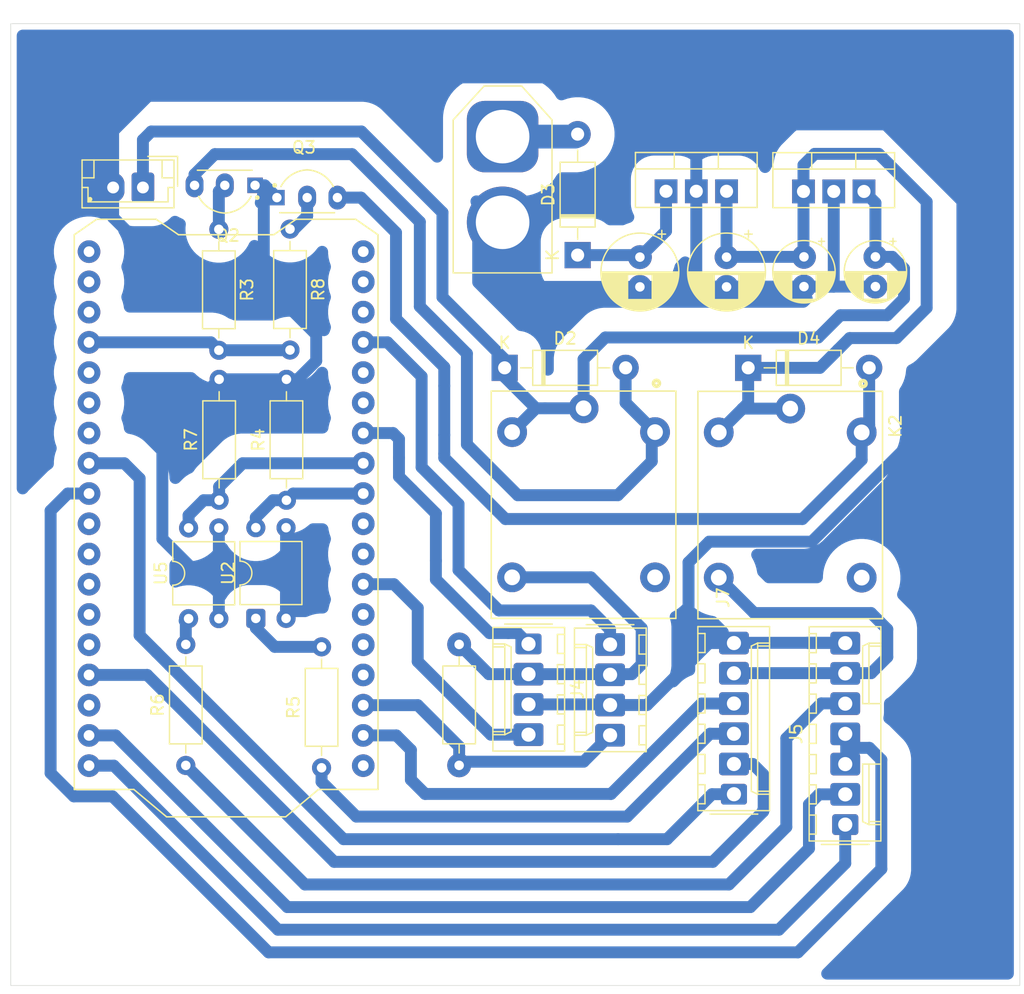
<source format=kicad_pcb>
(kicad_pcb (version 20241229) (generator "pcbnew") (generator_version "9.0")
  (layers (0 "F.Cu" signal) (2 "B.Cu" signal) (13 "F.Paste" user) (15 "B.Paste" user) (5 "F.SilkS" user "F.Silkscreen") (7 "B.SilkS" user "B.Silkscreen") (1 "F.Mask" user) (3 "B.Mask" user) (25 "Edge.Cuts" user))
  (net 0 "")
  (net 1 "+3.3V")
  (net 2 "GND")
  (net 3 "SIG_DHT22")
  (net 4 "SIG_Guva-s12s")
  (net 5 "DE{slash}RE_TTL")
  (net 6 "DI_TTL")
  (net 7 "RO_TTL")
  (net 8 "+5V")
  (net 10 "Net-(U4-GND-Pad)")
  (net 20 "Net-(U4-3V3-Pad)")
  (net 29 "+3.3V sensores")
  (net 30 "+5V sensores")
  (net 31 "vext")
  (net 32 "SIG_N02_MICS-6814")
  (net 33 "SIG_NH3_MICS-6814")
  (net 34 "SIG_Co_MICS-6814")
  (net 35 "Net-(D2-A)")
  (net 36 "Net-(D3-A)")
  (net 37 "Net-(Q2-Pad2)")
  (net 38 "Net-(D3-K)")
  (net 39 "pin dht")
  (net 40 "pin Guva-s12s")
  (net 41 "bool ttl")
  (net 42 "bool mics")
  (net 43 "pinmics")
  (net 44 "Net-(R5-Pad2)")
  (net 45 "Net-(R6-Pad2)")
  (net 46 "pin ttl")
  (net 48 "Net-(D4-A)")
  (net 50 "Net-(Q3-Pad2)")
  (footprint "Capacitor_THT:CP_Radial_D6.3mm_P2.50mm" (layer "F.Cu") (at 81.503922 38.6 -90)
    (property "Reference" "C1" (hide yes))
    (property "Value" "100uf/25v" (hide yes))
    (pad "1" thru_hole circle (at 0 0 270) (size 2 2) (drill 0.8) (layers "*.Cu" "*.Mask") (net 8 "+5V"))
    (pad "2" thru_hole circle (at 2.5 0 270) (size 2 2) (drill 0.8) (layers "*.Cu" "*.Mask") (net 2 "GND"))
  )
  (footprint "Capacitor_THT:CP_Radial_D5.0mm_P2.50mm" (layer "F.Cu") (at 88.003922 38.577267 -90)
    (property "Reference" "C4" (hide yes))
    (property "Value" "10uf/25v" (hide yes))
    (pad "1" thru_hole circle (at 0 0 270) (size 2 2) (drill 0.8) (layers "*.Cu" "*.Mask") (net 8 "+5V"))
    (pad "2" thru_hole circle (at 2.5 0 270) (size 2 2) (drill 0.8) (layers "*.Cu" "*.Mask") (net 2 "GND"))
  )
  (footprint "Package_TO_SOT_THT:TO-220-3_Vertical" (layer "F.Cu") (at 76.423922 33.067379)
    (property "Reference" "U3" (hide yes))
    (property "Value" "LM7805_TO220" (hide yes))
    (pad "1" thru_hole rect (at 0 0) (size 1.905 2) (drill 1.1) (layers "*.Cu" "*.Mask") (net 38 "Net-(D3-K)"))
    (pad "2" thru_hole rect (at 2.54 0) (size 1.905 2) (drill 1.1) (layers "*.Cu" "*.Mask") (net 2 "GND"))
    (pad "3" thru_hole rect (at 5.08 0) (size 1.905 2) (drill 1.1) (layers "*.Cu" "*.Mask") (net 8 "+5V"))
  )
  (footprint "Connector_Molex:Molex_KK-254_AE-6410-04A_1x04_P2.54mm_Vertical" (layer "F.Cu") (at 64.875 71.095 -90)
    (property "Reference" "J4" (at 3.81 -4.12 270) (layer "F.SilkS"))
    (property "Value" "Guva-s12s")
    (pad "1" thru_hole roundrect (at 0 0 270) (size 1.74 2.19) (drill 1.19) (layers "*.Cu" "*.Mask") (roundrect_rratio 0.143678) (net 40 "pin Guva-s12s"))
    (pad "2" thru_hole roundrect (at 2.54 0 270) (size 1.9 2.5) (drill 1.19) (layers "*.Cu" "*.Mask") (roundrect_rratio 0.143678) (net 29 "+3.3V sensores"))
    (pad "3" thru_hole roundrect (at 5.08 0 270) (size 1.9 2.5) (drill 1.19) (layers "*.Cu" "*.Mask") (roundrect_rratio 0.143678) (net 2 "GND"))
    (pad "4" thru_hole roundrect (at 7.62 0 270) (size 1.9 2.5) (drill 1.19) (layers "*.Cu" "*.Mask") (roundrect_rratio 0.143678) (net 4 "SIG_Guva-s12s"))
  )
  (footprint "2N2222A:TO92254P470H750-3" (layer "F.Cu") (at 46.29 31.27)
    (property "Reference" "Q3" (at -0.264 -1.887 0) (layer "F.SilkS"))
    (property "Value" "2N2222A")
    (pad "1" thru_hole rect (at -2.54 2.33) (size 1.298 1.298) (drill 0.79) (layers "*.Cu" "*.Mask") (net 2 "GND"))
    (pad "2" thru_hole oval (at 0 2.33) (size 1.5 2) (drill 0.79) (layers "*.Cu" "*.Mask") (net 50 "Net-(Q3-Pad2)"))
    (pad "3" thru_hole oval (at 2.54 2.33) (size 1.5 2) (drill 0.79) (layers "*.Cu" "*.Mask") (net 48 "Net-(D4-A)"))
  )
  (footprint "SRD-05VDC-SL-C:RELAY_SRD-05VDC-SL-C" (layer "F.Cu") (at 86.85 59.425 -90)
    (property "Reference" "K2" (at -6.62563 -8.83584 90) (layer "F.SilkS") (effects (font (size 1.000094 1.000094))))
    (property "Value" "SRD-05VDC-SL-C")
    (pad "A1" thru_hole circle (at -6.1 -6 270) (size 2.5 2.5) (drill 1.32) (layers "*.Cu" "*.Mask") (net 48 "Net-(D4-A)"))
    (pad "A2" thru_hole circle (at -6.1 6 270) (size 2.5 2.5) (drill 1.32) (layers "*.Cu" "*.Mask") (net 8 "+5V"))
    (pad "COM" thru_hole circle (at -8.1 0 270) (size 2.5 2.5) (drill 1.32) (layers "*.Cu" "*.Mask") (net 8 "+5V"))
    (pad "NC" thru_hole circle (at 6.1 -6 270) (size 2.5 2.5) (drill 1.32) (layers "*.Cu" "*.Mask"))
    (pad "NO" thru_hole circle (at 6.1 6 270) (size 2.5 2.5) (drill 1.32) (layers "*.Cu" "*.Mask") (net 30 "+5V sensores"))
  )
  (footprint "Package_DIP:DIP-4_W7.62mm" (layer "F.Cu") (at 36.335 68.97 90)
    (property "Reference" "U5" (at 3.81 -2.33 90) (layer "F.SilkS"))
    (property "Value" "PC817")
    (pad "1" thru_hole circle (at 0 0 90) (size 1.6 1.6) (drill 0.8) (layers "*.Cu" "*.Mask") (net 45 "Net-(R6-Pad2)"))
    (pad "2" thru_hole circle (at 0 2.54 90) (size 1.6 1.6) (drill 0.8) (layers "*.Cu" "*.Mask") (net 2 "GND"))
    (pad "3" thru_hole circle (at 7.62 2.54 90) (size 1.6 1.6) (drill 0.8) (layers "*.Cu" "*.Mask") (net 2 "GND"))
    (pad "4" thru_hole circle (at 7.62 0 90) (size 1.6 1.6) (drill 0.8) (layers "*.Cu" "*.Mask") (net 46 "pin ttl"))
  )
  (footprint "2N2222A:TO92254P470H750-3" (layer "F.Cu") (at 39.375 34.9 180)
    (property "Reference" "Q2" (at -0.264 -1.887 0) (layer "F.SilkS"))
    (property "Value" "2N2222A" (hide yes))
    (pad "1" thru_hole rect (at -2.54 2.33 180) (size 1.298 1.298) (drill 0.79) (layers "*.Cu" "*.Mask") (net 2 "GND"))
    (pad "2" thru_hole oval (at 0 2.33 180) (size 1.5 2) (drill 0.79) (layers "*.Cu" "*.Mask") (net 37 "Net-(Q2-Pad2)"))
    (pad "e" thru_hole oval (at 2.54 2.33 180) (size 1.5 2) (drill 0.79) (layers "*.Cu" "*.Mask"))
  )
  (footprint "Connector_Molex:Molex_KK-254_AE-6410-06A_1x06_P2.54mm_Vertical" (layer "F.Cu") (at 82.125 83.72 90)
    (property "Reference" "J7" (at 16.52 -0.91 90) (layer "F.SilkS"))
    (property "Value" "Conn_01x06_Pin")
    (pad "1" thru_hole roundrect (at 0 0 90) (size 1.74 2.19) (drill 1.19) (layers "*.Cu" "*.Mask") (roundrect_rratio 0.143678) (net 34 "SIG_Co_MICS-6814"))
    (pad "2" thru_hole roundrect (at 2.54 0 90) (size 1.9 2.5) (drill 1.19) (layers "*.Cu" "*.Mask") (roundrect_rratio 0.143678) (net 33 "SIG_NH3_MICS-6814"))
    (pad "3" thru_hole roundrect (at 5.08 0 90) (size 1.9 2.5) (drill 1.19) (layers "*.Cu" "*.Mask") (roundrect_rratio 0.143678) (net 42 "bool mics"))
    (pad "4" thru_hole roundrect (at 7.62 0 90) (size 1.9 2.5) (drill 1.19) (layers "*.Cu" "*.Mask") (roundrect_rratio 0.143678) (net 32 "SIG_N02_MICS-6814"))
    (pad "5" thru_hole roundrect (at 10.16 0 90) (size 1.9 2.5) (drill 1.19) (layers "*.Cu" "*.Mask") (roundrect_rratio 0.143678) (net 30 "+5V sensores"))
    (pad "6" thru_hole roundrect (at 12.7 0 90) (size 1.9 2.5) (drill 1.19) (layers "*.Cu" "*.Mask") (roundrect_rratio 0.143678) (net 2 "GND"))
  )
  (footprint "Resistor_THT:R_Axial_DIN0207_L6.3mm_D2.5mm_P10.16mm_Horizontal" (layer "F.Cu") (at 44.55 59.025 90)
    (property "Reference" "R4" (at 5.08 -2.37 90) (layer "F.SilkS"))
    (property "Value" "30k")
    (pad "1" thru_hole circle (at 0 0 90) (size 1.6 1.6) (drill 0.8) (layers "*.Cu" "*.Mask") (net 43 "pinmics"))
    (pad "2" thru_hole oval (at 10.16 0 90) (size 1.6 1.6) (drill 0.8) (layers "*.Cu" "*.Mask") (net 2 "GND"))
  )
  (footprint "Diode_THT:D_DO-41_SOD81_P10.16mm_Horizontal" (layer "F.Cu") (at 83.32 47.9)
    (property "Reference" "D4" (at 5.08 -2.47 0) (layer "F.SilkS"))
    (property "Value" "1N4007" (hide yes))
    (fp_text user "K" (at 0 -2.1 0) (layer "F.SilkS"))
    (pad "1" thru_hole rect (at 0 0) (size 2.2 2.2) (drill 1.1) (layers "*.Cu" "*.Mask") (net 8 "+5V"))
    (pad "2" thru_hole oval (at 10.16 0) (size 2.2 2.2) (drill 1.1) (layers "*.Cu" "*.Mask") (net 48 "Net-(D4-A)"))
  )
  (footprint "Diode_THT:D_DO-41_SOD81_P10.16mm_Horizontal" (layer "F.Cu") (at 62.87 47.9)
    (property "Reference" "D2" (at 5.08 -2.47 0) (layer "F.SilkS"))
    (property "Value" "1N4007")
    (fp_text user "K" (at 0 -2.1 0) (layer "F.SilkS"))
    (pad "1" thru_hole rect (at 0 0) (size 2.2 2.2) (drill 1.1) (layers "*.Cu" "*.Mask") (net 1 "+3.3V"))
    (pad "2" thru_hole oval (at 10.16 0) (size 2.2 2.2) (drill 1.1) (layers "*.Cu" "*.Mask") (net 35 "Net-(D2-A)"))
  )
  (footprint "Capacitor_THT:CP_Radial_D5.0mm_P2.50mm" (layer "F.Cu") (at 94.003922 38.577267 -90)
    (property "Reference" "C2" (hide yes))
    (property "Value" "10uf/25v")
    (pad "1" thru_hole circle (at 0 0 270) (size 2 2) (drill 0.8) (layers "*.Cu" "*.Mask") (net 1 "+3.3V"))
    (pad "2" thru_hole circle (at 2.5 0 270) (size 2 2) (drill 0.8) (layers "*.Cu" "*.Mask") (net 2 "GND"))
  )
  (footprint "Diode_THT:D_DO-41_SOD81_P10.16mm_Horizontal" (layer "F.Cu") (at 69 38.43 90)
    (property "Reference" "D3" (at 5.08 -2.47 90) (layer "F.SilkS"))
    (property "Value" "1N4007")
    (fp_text user "K" (at 0 -2.1 90) (layer "F.SilkS"))
    (pad "1" thru_hole rect (at 0 0 90) (size 2.2 2.2) (drill 1.1) (layers "*.Cu" "*.Mask") (net 38 "Net-(D3-K)"))
    (pad "2" thru_hole oval (at 10.16 0 90) (size 2.2 2.2) (drill 1.1) (layers "*.Cu" "*.Mask") (net 36 "Net-(D3-A)"))
  )
  (footprint "Connector_Molex:Molex_KK-254_AE-6410-04A_1x04_P2.54mm_Vertical" (layer "F.Cu") (at 71.725 71.145 -90)
    (property "Reference" "J3" (hide yes))
    (property "Value" "dht22")
    (pad "1" thru_hole roundrect (at 0 0 270) (size 1.9 2.5) (drill 1.19) (layers "*.Cu" "*.Mask") (roundrect_rratio 0.143678) (net 39 "pin dht"))
    (pad "2" thru_hole roundrect (at 2.54 0 270) (size 1.9 2.5) (drill 1.19) (layers "*.Cu" "*.Mask") (roundrect_rratio 0.143678) (net 29 "+3.3V sensores"))
    (pad "3" thru_hole roundrect (at 5.08 0 270) (size 1.9 2.5) (drill 1.19) (layers "*.Cu" "*.Mask") (roundrect_rratio 0.143678) (net 2 "GND"))
    (pad "4" thru_hole roundrect (at 7.62 0 270) (size 1.9 2.5) (drill 1.19) (layers "*.Cu" "*.Mask") (roundrect_rratio 0.143678) (net 3 "SIG_DHT22"))
  )
  (footprint "Connector_AMASS:AMASS_XT60-F_1x02_P7.20mm_Vertical" (layer "F.Cu") (at 62.7 28.475 -90)
    (property "Reference" "J1" (hide yes))
    (property "Value" "cnn" (hide yes))
    (pad "1" thru_hole roundrect (at 0 0 270) (size 6 6) (drill 4.5) (layers "*.Cu" "*.Mask") (net 36 "Net-(D3-A)"))
    (pad "2" thru_hole circle (at 7.2 0 270) (size 6 6) (drill 4.5) (layers "*.Cu" "*.Mask") (net 2 "GND"))
  )
  (footprint "Connector_Molex:Molex_KK-254_AE-6410-07A_1x07_P2.54mm_Vertical" (layer "F.Cu") (at 91.47 86.27 90)
    (property "Reference" "J5" (at 7.62 -4.12 90) (layer "F.SilkS"))
    (property "Value" "convertidor_TTL")
    (pad "1" thru_hole roundrect (at 0 0 90) (size 1.74 2.19) (drill 1.19) (layers "*.Cu" "*.Mask") (roundrect_rratio 0.143678) (net 7 "RO_TTL"))
    (pad "2" thru_hole roundrect (at 2.54 0 90) (size 1.9 2.5) (drill 1.19) (layers "*.Cu" "*.Mask") (roundrect_rratio 0.143678) (net 6 "DI_TTL"))
    (pad "3" thru_hole roundrect (at 5.08 0 90) (size 1.9 2.5) (drill 1.19) (layers "*.Cu" "*.Mask") (roundrect_rratio 0.143678) (net 5 "DE{slash}RE_TTL"))
    (pad "4" thru_hole roundrect (at 7.62 0 90) (size 1.9 2.5) (drill 1.19) (layers "*.Cu" "*.Mask") (roundrect_rratio 0.143678) (net 5 "DE{slash}RE_TTL"))
    (pad "5" thru_hole roundrect (at 10.16 0 90) (size 1.9 2.5) (drill 1.19) (layers "*.Cu" "*.Mask") (roundrect_rratio 0.143678) (net 41 "bool ttl"))
    (pad "6" thru_hole roundrect (at 12.7 0 90) (size 1.9 2.5) (drill 1.19) (layers "*.Cu" "*.Mask") (roundrect_rratio 0.143678) (net 30 "+5V sensores"))
    (pad "7" thru_hole roundrect (at 15.24 0 90) (size 1.9 2.5) (drill 1.19) (layers "*.Cu" "*.Mask") (roundrect_rratio 0.143678) (net 2 "GND"))
  )
  (footprint "SRD-05VDC-SL-C:RELAY_SRD-05VDC-SL-C" (layer "F.Cu") (at 69.5 59.4 -90)
    (property "Reference" "K1" (hide yes))
    (property "Value" "SRD-03VDC-SL-C")
    (pad "A1" thru_hole circle (at -6.1 -6 270) (size 2.5 2.5) (drill 1.32) (layers "*.Cu" "*.Mask") (net 35 "Net-(D2-A)"))
    (pad "A2" thru_hole circle (at -6.1 6 270) (size 2.5 2.5) (drill 1.32) (layers "*.Cu" "*.Mask") (net 1 "+3.3V"))
    (pad "COM" thru_hole circle (at -8.1 0 270) (size 2.5 2.5) (drill 1.32) (layers "*.Cu" "*.Mask") (net 1 "+3.3V"))
    (pad "NC" thru_hole circle (at 6.1 -6 270) (size 2.5 2.5) (drill 1.32) (layers "*.Cu" "*.Mask"))
    (pad "NO" thru_hole circle (at 6.1 6 270) (size 2.5 2.5) (drill 1.32) (layers "*.Cu" "*.Mask") (net 29 "+3.3V sensores"))
  )
  (footprint "Resistor_THT:R_Axial_DIN0207_L6.3mm_D2.5mm_P10.16mm_Horizontal" (layer "F.Cu") (at 36.1 81.3 90)
    (property "Reference" "R6" (at 5.08 -2.37 90) (layer "F.SilkS"))
    (property "Value" "330")
    (pad "1" thru_hole circle (at 0 0 90) (size 1.6 1.6) (drill 0.8) (layers "*.Cu" "*.Mask") (net 41 "bool ttl"))
    (pad "2" thru_hole oval (at 10.16 0 90) (size 1.6 1.6) (drill 0.8) (layers "*.Cu" "*.Mask") (net 45 "Net-(R6-Pad2)"))
  )
  (footprint "Capacitor_THT:CP_Radial_D6.3mm_P2.50mm" (layer "F.Cu") (at 74.228922 38.6 -90)
    (property "Reference" "C3" (hide yes))
    (property "Value" "100uf/25v" (hide yes))
    (pad "1" thru_hole circle (at 0 0 270) (size 2 2) (drill 0.8) (layers "*.Cu" "*.Mask") (net 38 "Net-(D3-K)"))
    (pad "2" thru_hole circle (at 2.5 0 270) (size 2 2) (drill 0.8) (layers "*.Cu" "*.Mask") (net 2 "GND"))
  )
  (footprint "Connector_JST:JST_EH_B2B-EH-A_1x02_P2.50mm_Vertical" (layer "F.Cu") (at 32.5 32.75 180)
    (property "Reference" "J2" (hide yes))
    (property "Value" "conector alimentacion esp")
    (pad "1" thru_hole roundrect (at 0 0 180) (size 1.9 2.5) (drill 1) (layers "*.Cu" "*.Mask") (roundrect_rratio 0.147059) (net 1 "+3.3V"))
    (pad "2" thru_hole oval (at 2.5 0 180) (size 1.9 2.5) (drill 1) (layers "*.Cu" "*.Mask") (net 2 "GND"))
  )
  (footprint "Resistor_THT:R_Axial_DIN0207_L6.3mm_D2.5mm_P10.16mm_Horizontal" (layer "F.Cu") (at 59.0525 81.295 90)
    (property "Reference" "R1" (hide yes))
    (property "Value" "30k")
    (pad "1" thru_hole circle (at 0 0 90) (size 2 2) (drill 0.8) (layers "*.Cu" "*.Mask") (net 3 "SIG_DHT22"))
    (pad "2" thru_hole circle (at 10.16 0 90) (size 2 2) (drill 0.8) (layers "*.Cu" "*.Mask") (net 29 "+3.3V sensores"))
  )
  (footprint "Resistor_THT:R_Axial_DIN0207_L6.3mm_D2.5mm_P10.16mm_Horizontal" (layer "F.Cu") (at 44.85 36.245 -90)
    (property "Reference" "R8" (at 5.08 -2.37 90) (layer "F.SilkS"))
    (property "Value" "330")
    (pad "1" thru_hole circle (at 0 0 270) (size 1.6 1.6) (drill 0.8) (layers "*.Cu" "*.Mask") (net 50 "Net-(Q3-Pad2)"))
    (pad "2" thru_hole oval (at 10.16 0 270) (size 1.6 1.6) (drill 0.8) (layers "*.Cu" "*.Mask") (net 31 "vext"))
  )
  (footprint "Resistor_THT:R_Axial_DIN0207_L6.3mm_D2.5mm_P10.16mm_Horizontal" (layer "F.Cu") (at 38.875 36.265 -90)
    (property "Reference" "R3" (at 5.08 -2.37 90) (layer "F.SilkS"))
    (property "Value" "330")
    (pad "1" thru_hole circle (at 0 0 270) (size 1.6 1.6) (drill 0.8) (layers "*.Cu" "*.Mask") (net 37 "Net-(Q2-Pad2)"))
    (pad "2" thru_hole oval (at 10.16 0 270) (size 1.6 1.6) (drill 0.8) (layers "*.Cu" "*.Mask") (net 31 "vext"))
  )
  (footprint "Package_TO_SOT_THT:TO-220-3_Vertical" (layer "F.Cu") (at 87.963922 33.082379)
    (property "Reference" "U1" (hide yes))
    (property "Value" "LM7833_TO220" (hide yes))
    (pad "1" thru_hole rect (at 0 0) (size 1.905 2) (drill 1.1) (layers "*.Cu" "*.Mask") (net 8 "+5V"))
    (pad "2" thru_hole rect (at 2.54 0) (size 1.905 2) (drill 1.1) (layers "*.Cu" "*.Mask") (net 2 "GND"))
    (pad "3" thru_hole rect (at 5.08 0) (size 1.905 2) (drill 1.1) (layers "*.Cu" "*.Mask") (net 1 "+3.3V"))
  )
  (footprint "Resistor_THT:R_Axial_DIN0207_L6.3mm_D2.5mm_P10.16mm_Horizontal" (layer "F.Cu") (at 47.5 81.5 90)
    (property "Reference" "R5" (at 5.08 -2.37 90) (layer "F.SilkS"))
    (property "Value" "330")
    (pad "1" thru_hole circle (at 0 0 90) (size 1.6 1.6) (drill 0.8) (layers "*.Cu" "*.Mask") (net 42 "bool mics"))
    (pad "2" thru_hole oval (at 10.16 0 90) (size 1.6 1.6) (drill 0.8) (layers "*.Cu" "*.Mask") (net 44 "Net-(R5-Pad2)"))
  )
  (footprint "ESP32_LORA_V2.0:MODULE_ESP32_LORA_V2.0" (layer "F.Cu") (at 39.4875 60.52 -90)
    (property "Reference" "U4" (hide yes))
    (property "Value" "ESP32_LORA_V2.0" (hide yes))
    (pad "J2_1" thru_hole circle (at -22.38 11.5125 270) (size 1.9 1.9) (drill 0.9) (layers "*.Cu" "*.Mask"))
    (pad "J2_2" thru_hole circle (at -19.84 11.5125 270) (size 1.9 1.9) (drill 0.9) (layers "*.Cu" "*.Mask"))
    (pad "J2_3" thru_hole circle (at -17.3 11.5125 270) (size 1.9 1.9) (drill 0.9) (layers "*.Cu" "*.Mask"))
    (pad "J2_4" thru_hole circle (at -14.76 11.5125 270) (size 1.9 1.9) (drill 0.9) (layers "*.Cu" "*.Mask") (net 31 "vext"))
    (pad "J2_5" thru_hole circle (at -12.22 11.5125 270) (size 1.9 1.9) (drill 0.9) (layers "*.Cu" "*.Mask"))
    (pad "J2_6" thru_hole circle (at -9.68 11.5125 270) (size 1.9 1.9) (drill 0.9) (layers "*.Cu" "*.Mask"))
    (pad "J2_7" thru_hole circle (at -7.14 11.5125 270) (size 1.9 1.9) (drill 0.9) (layers "*.Cu" "*.Mask"))
    (pad "J2_8" thru_hole circle (at -4.6 11.5125 270) (size 1.9 1.9) (drill 0.9) (layers "*.Cu" "*.Mask") (net 34 "SIG_Co_MICS-6814"))
    (pad "J2_9" thru_hole circle (at -2.06 11.5125 270) (size 1.9 1.9) (drill 0.9) (layers "*.Cu" "*.Mask") (net 5 "DE{slash}RE_TTL"))
    (pad "J2_10" thru_hole circle (at 0.48 11.5125 270) (size 1.9 1.9) (drill 0.9) (layers "*.Cu" "*.Mask"))
    (pad "J2_11" thru_hole circle (at 3.02 11.5125 270) (size 1.9 1.9) (drill 0.9) (layers "*.Cu" "*.Mask"))
    (pad "J2_12" thru_hole circle (at 5.56 11.5125 270) (size 1.9 1.9) (drill 0.9) (layers "*.Cu" "*.Mask"))
    (pad "J2_13" thru_hole circle (at 8.1 11.5125 270) (size 1.9 1.9) (drill 0.9) (layers "*.Cu" "*.Mask"))
    (pad "J2_14" thru_hole circle (at 10.64 11.5125 270) (size 1.9 1.9) (drill 0.9) (layers "*.Cu" "*.Mask"))
    (pad "J2_15" thru_hole circle (at 13.18 11.5125 270) (size 1.9 1.9) (drill 0.9) (layers "*.Cu" "*.Mask") (net 33 "SIG_NH3_MICS-6814"))
    (pad "J2_16" thru_hole circle (at 15.72 11.5125 270) (size 1.9 1.9) (drill 0.9) (layers "*.Cu" "*.Mask"))
    (pad "J2_17" thru_hole circle (at 18.26 11.5125 270) (size 1.9 1.9) (drill 0.9) (layers "*.Cu" "*.Mask") (net 6 "DI_TTL"))
    (pad "J2_18" thru_hole circle (at 20.8 11.5125 270) (size 1.9 1.9) (drill 0.9) (layers "*.Cu" "*.Mask") (net 7 "RO_TTL"))
    (pad "J3_1" thru_hole circle (at -22.38 -11.5125 270) (size 1.9 1.9) (drill 0.9) (layers "*.Cu" "*.Mask") (net 10 "Net-(U4-GND-Pad)"))
    (pad "J3_2" thru_hole circle (at -19.84 -11.5125 270) (size 1.9 1.9) (drill 0.9) (layers "*.Cu" "*.Mask"))
    (pad "J3_3" thru_hole circle (at -17.3 -11.5125 270) (size 1.9 1.9) (drill 0.9) (layers "*.Cu" "*.Mask") (net 20 "Net-(U4-3V3-Pad)"))
    (pad "J3_4" thru_hole circle (at -14.76 -11.5125 270) (size 1.9 1.9) (drill 0.9) (layers "*.Cu" "*.Mask") (net 39 "pin dht"))
    (pad "J3_5" thru_hole circle (at -12.22 -11.5125 270) (size 1.9 1.9) (drill 0.9) (layers "*.Cu" "*.Mask"))
    (pad "J3_6" thru_hole circle (at -9.68 -11.5125 270) (size 1.9 1.9) (drill 0.9) (layers "*.Cu" "*.Mask"))
    (pad "J3_7" thru_hole circle (at -7.14 -11.5125 270) (size 1.9 1.9) (drill 0.9) (layers "*.Cu" "*.Mask") (net 40 "pin Guva-s12s"))
    (pad "J3_8" thru_hole circle (at -4.6 -11.5125 270) (size 1.9 1.9) (drill 0.9) (layers "*.Cu" "*.Mask") (net 46 "pin ttl"))
    (pad "J3_9" thru_hole circle (at -2.06 -11.5125 270) (size 1.9 1.9) (drill 0.9) (layers "*.Cu" "*.Mask") (net 43 "pinmics"))
    (pad "J3_10" thru_hole circle (at 0.48 -11.5125 270) (size 1.9 1.9) (drill 0.9) (layers "*.Cu" "*.Mask"))
    (pad "J3_11" thru_hole circle (at 3.02 -11.5125 270) (size 1.9 1.9) (drill 0.9) (layers "*.Cu" "*.Mask"))
    (pad "J3_12" thru_hole circle (at 5.56 -11.5125 270) (size 1.9 1.9) (drill 0.9) (layers "*.Cu" "*.Mask") (net 4 "SIG_Guva-s12s"))
    (pad "J3_13" thru_hole circle (at 8.1 -11.5125 270) (size 1.9 1.9) (drill 0.9) (layers "*.Cu" "*.Mask"))
    (pad "J3_14" thru_hole circle (at 10.64 -11.5125 270) (size 1.9 1.9) (drill 0.9) (layers "*.Cu" "*.Mask"))
    (pad "J3_15" thru_hole circle (at 13.18 -11.5125 270) (size 1.9 1.9) (drill 0.9) (layers "*.Cu" "*.Mask"))
    (pad "J3_16" thru_hole circle (at 15.72 -11.5125 270) (size 1.9 1.9) (drill 0.9) (layers "*.Cu" "*.Mask") (net 3 "SIG_DHT22"))
    (pad "J3_17" thru_hole circle (at 18.26 -11.5125 270) (size 1.9 1.9) (drill 0.9) (layers "*.Cu" "*.Mask") (net 32 "SIG_N02_MICS-6814"))
    (pad "J3_18" thru_hole circle (at 20.8 -11.5125 270) (size 1.9 1.9) (drill 0.9) (layers "*.Cu" "*.Mask"))
  )
  (footprint "Resistor_THT:R_Axial_DIN0207_L6.3mm_D2.5mm_P10.16mm_Horizontal" (layer "F.Cu") (at 38.9 59.025 90)
    (property "Reference" "R7" (at 5.08 -2.37 90) (layer "F.SilkS"))
    (property "Value" "30k")
    (pad "1" thru_hole circle (at 0 0 90) (size 1.6 1.6) (drill 0.8) (layers "*.Cu" "*.Mask") (net 46 "pin ttl"))
    (pad "2" thru_hole oval (at 10.16 0 90) (size 1.6 1.6) (drill 0.8) (layers "*.Cu" "*.Mask") (net 2 "GND"))
  )
  (footprint "Package_DIP:DIP-4_W7.62mm" (layer "F.Cu") (at 41.98 68.95 90)
    (property "Reference" "U2" (at 3.81 -2.33 90) (layer "F.SilkS"))
    (property "Value" "PC817")
    (pad "1" thru_hole roundrect (at 0 0 90) (size 1.6 1.6) (drill 0.8) (layers "*.Cu" "*.Mask") (roundrect_rratio 0.15625) (net 44 "Net-(R5-Pad2)"))
    (pad "2" thru_hole circle (at 0 2.54 90) (size 1.6 1.6) (drill 0.8) (layers "*.Cu" "*.Mask") (net 2 "GND"))
    (pad "3" thru_hole circle (at 7.62 2.54 90) (size 1.6 1.6) (drill 0.8) (layers "*.Cu" "*.Mask") (net 2 "GND"))
    (pad "4" thru_hole circle (at 7.62 0 90) (size 1.6 1.6) (drill 0.8) (layers "*.Cu" "*.Mask") (net 43 "pinmics"))
  )
  (gr_rect (start 21.4025 18.99) (end 106.1275 99.79) (stroke (width 0.05)) (fill no) (layer "Edge.Cuts"))
  (segment (start 96.404922 39.564054) (end 96.404922 42.071794) (width 1) (layer "B.Cu") (net 1))
  (segment (start 33.201 28.049) (end 50.846558 28.049) (width 1) (layer "B.Cu") (net 1))
  (segment (start 95.418135 38.577267) (end 96.404922 39.564054) (width 1) (layer "B.Cu") (net 1))
  (segment (start 32.5 32.75) (end 32.5 28.75) (width 1) (layer "B.Cu") (net 1))
  (segment (start 69.5 51.3) (end 66.27 51.3) (width 1) (layer "B.Cu") (net 1))
  (segment (start 62.87 47.18158) (end 57.651 41.96258) (width 1) (layer "B.Cu") (net 1))
  (segment (start 62.87 47.9) (end 62.87 47.18158) (width 1) (layer "B.Cu") (net 1))
  (segment (start 71.325 45.351) (end 69.5 47.176) (width 1) (layer "B.Cu") (net 1))
  (segment (start 32.5 28.75) (end 33.201 28.049) (width 1) (layer "B.Cu") (net 1))
  (segment (start 94.003922 38.577267) (end 95.418135 38.577267) (width 1) (layer "B.Cu") (net 1))
  (segment (start 69.5 47.176) (end 69.5 51.3) (width 1) (layer "B.Cu") (net 1))
  (segment (start 62.87 48.67) (end 62.87 47.9) (width 1) (layer "B.Cu") (net 1))
  (segment (start 57.651 34.853442) (end 57.651 41.96258) (width 1) (layer "B.Cu") (net 1))
  (segment (start 96.404922 42.071794) (end 94.998449 43.478267) (width 1) (layer "B.Cu") (net 1))
  (segment (start 65.5 51.3) (end 63.5 53.3) (width 1) (layer "B.Cu") (net 1))
  (segment (start 66.27 51.3) (end 65.5 51.3) (width 1) (layer "B.Cu") (net 1))
  (segment (start 94.003922 34.042379) (end 93.043922 33.082379) (width 1) (layer "B.Cu") (net 1))
  (segment (start 50.846558 28.049) (end 57.651 34.853442) (width 1) (layer "B.Cu") (net 1))
  (segment (start 65.5 51.3) (end 62.87 48.67) (width 1) (layer "B.Cu") (net 1))
  (segment (start 91.073449 43.478267) (end 89.200716 45.351) (width 1) (layer "B.Cu") (net 1))
  (segment (start 94.998449 43.478267) (end 91.073449 43.478267) (width 1) (layer "B.Cu") (net 1))
  (segment (start 89.200716 45.351) (end 71.325 45.351) (width 1) (layer "B.Cu") (net 1))
  (segment (start 94.003922 38.577267) (end 94.003922 34.042379) (width 1) (layer "B.Cu") (net 1))
  (segment (start 88.95 71) (end 88.325 71) (width 1) (layer "B.Cu") (net 2))
  (segment (start 44.52 65.2) (end 44.52 68.95) (width 1) (layer "B.Cu") (net 2))
  (segment (start 78.33381 41.037267) (end 78.271077 41.1) (width 1) (layer "B.Cu") (net 2))
  (segment (start 63.88236 41.1) (end 74.228922 41.1) (width 1) (layer "B.Cu") (net 2))
  (segment (start 64.875 76.175) (end 71.675 76.175) (width 1) (layer "B.Cu") (net 2))
  (segment (start 47.051 47.316685) (end 45.502685 48.865) (width 1) (layer "B.Cu") (net 2))
  (segment (start 62.7 35.675) (end 62.7 39.91764) (width 1) (layer "B.Cu") (net 2))
  (segment (start 91.55 71.01) (end 91.54 71) (width 1) (layer "B.Cu") (net 2))
  (segment (start 73.338801 23.5) (end 78.963922 29.125121) (width 1) (layer "B.Cu") (net 2))
  (segment (start 82.125 71.02) (end 80.03 71.02) (width 1) (layer "B.Cu") (net 2))
  (segment (start 78.271077 41.1) (end 74.228922 41.1) (width 1) (layer "B.Cu") (net 2))
  (segment (start 78.963922 33.067379) (end 78.963922 41.037267) (width 1) (layer "B.Cu") (net 2))
  (segment (start 34.5 23.5) (end 73.338801 23.5) (width 1) (layer "B.Cu") (net 2))
  (segment (start 91.54 71) (end 82.145 71) (width 1) (layer "B.Cu") (net 2))
  (segment (start 44.55 48.865) (end 38.9 48.865) (width 1) (layer "B.Cu") (net 2))
  (segment (start 79.003922 41.077267) (end 89.503922 41.077267) (width 1) (layer "B.Cu") (net 2))
  (segment (start 44.52 61.33) (end 44.52 68.95) (width 1) (layer "B.Cu") (net 2))
  (segment (start 38.9 48.865) (end 34.134 53.631) (width 1) (layer "B.Cu") (net 2))
  (segment (start 74.825 76.225) (end 71.725 76.225) (width 1) (layer "B.Cu") (net 2))
  (segment (start 78.3125 64.240419) (end 80.051919 62.501) (width 1) (layer "B.Cu") (net 2))
  (segment (start 101.756 35) (end 101.756 34.351537) (width 1) (layer "B.Cu") (net 2))
  (segment (start 42.649 33.201) (end 42.649 40.699) (width 1) (layer "B.Cu") (net 2))
  (segment (start 78.3125 72.7375) (end 78.3125 64.240419) (width 1) (layer "B.Cu") (net 2))
  (segment (start 90.503922 41.077267) (end 89.503922 41.077267) (width 1) (layer "B.Cu") (net 2))
  (segment (start 37.072315 65.2) (end 44.52 65.2) (width 1) (layer "B.Cu") (net 2))
  (segment (start 101.756 49.40742) (end 101.756 35) (width 1) (layer "B.Cu") (net 2))
  (segment (start 30 35.275) (end 35.424 40.699) (width 1) (layer "B.Cu") (net 2))
  (segment (start 30 32.75) (end 30 28) (width 1) (layer "B.Cu") (net 2))
  (segment (start 80.640043 27.449) (end 78.963922 29.125121) (width 1) (layer "B.Cu") (net 2))
  (segment (start 78.8375 72.2125) (end 78.3125 72.7375) (width 1) (layer "B.Cu") (net 2))
  (segment (start 42.649 40.699) (end 47.051 45.101) (width 1) (layer "B.Cu") (net 2))
  (segment (start 88.66242 62.501) (end 101.756 49.40742) (width 1) (layer "B.Cu") (net 2))
  (segment (start 101.756 34.351537) (end 94.853463 27.449) (width 1) (layer "B.Cu") (net 2))
  (segment (start 34.134 53.631) (end 34.134 62.261685) (width 1) (layer "B.Cu") (net 2))
  (segment (start 88.335 71.01) (end 88.325 71) (width 1) (layer "B.Cu") (net 2))
  (segment (start 89.503922 41.077267) (end 94.003922 41.077267) (width 1) (layer "B.Cu") (net 2))
  (segment (start 80.051919 62.501) (end 88.66242 62.501) (width 1) (layer "B.Cu") (net 2))
  (segment (start 78.963922 41.037267) (end 78.33381 41.037267) (width 1) (layer "B.Cu") (net 2))
  (segment (start 35.424 40.699) (end 42.649 40.699) (width 1) (layer "B.Cu") (net 2))
  (segment (start 41.915 32.57) (end 42.72 32.57) (width 1) (layer "B.Cu") (net 2))
  (segment (start 42.72 32.57) (end 43 32.85) (width 1) (layer "B.Cu") (net 2))
  (segment (start 91.55 71.01) (end 88.335 71.01) (width 1) (layer "B.Cu") (net 2))
  (segment (start 71.675 76.175) (end 71.725 76.225) (width 1) (layer "B.Cu") (net 2))
  (segment (start 43 32.85) (end 43.75 33.6) (width 1) (layer "B.Cu") (net 2))
  (segment (start 94.853463 27.449) (end 80.640043 27.449) (width 1) (layer "B.Cu") (net 2))
  (segment (start 78.8375 72.2125) (end 74.825 76.225) (width 1) (layer "B.Cu") (net 2))
  (segment (start 78.963922 41.037267) (end 79.003922 41.077267) (width 1) (layer "B.Cu") (net 2))
  (segment (start 38.875 68.97) (end 38.875 61.35) (width 1) (layer "B.Cu") (net 2))
  (segment (start 62.7 39.91764) (end 63.88236 41.1) (width 1) (layer "B.Cu") (net 2))
  (segment (start 80.03 71.02) (end 78.8375 72.2125) (width 1) (layer "B.Cu") (net 2))
  (segment (start 47.051 45.101) (end 47.051 47.316685) (width 1) (layer "B.Cu") (net 2))
  (segment (start 30 28) (end 34.5 23.5) (width 1) (layer "B.Cu") (net 2))
  (segment (start 43 32.85) (end 42.649 33.201) (width 1) (layer "B.Cu") (net 2))
  (segment (start 34.134 62.261685) (end 37.072315 65.2) (width 1) (layer "B.Cu") (net 2))
  (segment (start 82.145 71) (end 82.125 71.02) (width 1) (layer "B.Cu") (net 2))
  (segment (start 78.963922 29.125121) (end 78.963922 33.067379) (width 1) (layer "B.Cu") (net 2))
  (segment (start 45.502685 48.865) (end 44.55 48.865) (width 1) (layer "B.Cu") (net 2))
  (segment (start 90.503922 33.082379) (end 90.503922 41.077267) (width 1) (layer "B.Cu") (net 2))
  (segment (start 30 32.75) (end 30 35.275) (width 1) (layer "B.Cu") (net 2))
  (segment (start 69.504 80.986) (end 71.725 78.765) (width 1) (layer "B.Cu") (net 3))
  (segment (start 59.0525 79.715) (end 59.0525 81.295) (width 1) (layer "B.Cu") (net 3))
  (segment (start 55.5775 76.24) (end 59.0525 79.715) (width 1) (layer "B.Cu") (net 3))
  (segment (start 51 76.24) (end 55.5775 76.24) (width 1) (layer "B.Cu") (net 3))
  (segment (start 58.881 80.986) (end 69.504 80.986) (width 1) (layer "B.Cu") (net 3))
  (segment (start 64.875 78.715) (end 61.715 78.715) (width 1) (layer "B.Cu") (net 4))
  (segment (start 55.574 72.574) (end 55.574 68.074) (width 1) (layer "B.Cu") (net 4))
  (segment (start 53.58 66.08) (end 51 66.08) (width 1) (layer "B.Cu") (net 4))
  (segment (start 55.574 68.074) (end 53.58 66.08) (width 1) (layer "B.Cu") (net 4))
  (segment (start 61.715 78.715) (end 55.574 72.574) (width 1) (layer "B.Cu") (net 4))
  (segment (start 91.55 81.17) (end 91.55 79.525) (width 1) (layer "B.Cu") (net 5))
  (segment (start 93.5 79.825) (end 94.5 80.825) (width 1) (layer "B.Cu") (net 5))
  (segment (start 91.55 79.525) (end 91.55 78.63) (width 1) (layer "B.Cu") (net 5))
  (segment (start 29.94816 83.9) (end 26.7 83.9) (width 1) (layer "B.Cu") (net 5))
  (segment (start 94.5 90) (end 87.497 97.003) (width 1) (layer "B.Cu") (net 5))
  (segment (start 43.05116 97.003) (end 29.94816 83.9) (width 1) (layer "B.Cu") (net 5))
  (segment (start 24.75 81.95) (end 24.75 59.9) (width 1) (layer "B.Cu") (net 5))
  (segment (start 87.497 97.003) (end 43.05116 97.003) (width 1) (layer "B.Cu") (net 5))
  (segment (start 94.5 80.825) (end 94.5 90) (width 1) (layer "B.Cu") (net 5))
  (segment (start 24.75 59.9) (end 26.19 58.46) (width 1) (layer "B.Cu") (net 5))
  (segment (start 91.55 79.525) (end 91.85 79.825) (width 1) (layer "B.Cu") (net 5))
  (segment (start 91.85 79.825) (end 93.5 79.825) (width 1) (layer "B.Cu") (net 5))
  (segment (start 26.19 58.46) (end 27.975 58.46) (width 1) (layer "B.Cu") (net 5))
  (segment (start 26.7 83.9) (end 24.75 81.95) (width 1) (layer "B.Cu") (net 5))
  (segment (start 30.205 78.78) (end 27.975 78.78) (width 1) (layer "B.Cu") (net 6))
  (segment (start 44.626 93.201) (end 30.205 78.78) (width 1) (layer "B.Cu") (net 6))
  (segment (start 91.47 83.73) (end 89.27 83.73) (width 1) (layer "B.Cu") (net 6))
  (segment (start 88.423 88.278) (end 83.5 93.201) (width 1) (layer "B.Cu") (net 6))
  (segment (start 88.423 84.577) (end 88.423 88.278) (width 1) (layer "B.Cu") (net 6))
  (segment (start 83.5 93.201) (end 44.626 93.201) (width 1) (layer "B.Cu") (net 6))
  (segment (start 89.27 83.73) (end 88.423 84.577) (width 1) (layer "B.Cu") (net 6))
  (segment (start 91.47 86.27) (end 91.47 89.53) (width 1) (layer "B.Cu") (net 7))
  (segment (start 43.83858 95.102) (end 30.05658 81.32) (width 1) (layer "B.Cu") (net 7))
  (segment (start 91.47 89.53) (end 85.898 95.102) (width 1) (layer "B.Cu") (net 7))
  (segment (start 85.898 95.102) (end 43.83858 95.102) (width 1) (layer "B.Cu") (net 7))
  (segment (start 30.05658 81.32) (end 27.975 81.32) (width 1) (layer "B.Cu") (net 7))
  (segment (start 88.003922 38.577267) (end 81.526655 38.577267) (width 1) (layer "B.Cu") (net 8))
  (segment (start 83.32 50.855) (end 82.85 51.325) (width 1) (layer "B.Cu") (net 8))
  (segment (start 82.85 51.325) (end 80.85 53.325) (width 1) (layer "B.Cu") (net 8))
  (segment (start 83.32 47.9) (end 83.32 50.855) (width 1) (layer "B.Cu") (net 8))
  (segment (start 98.305922 42.859214) (end 95.766136 45.399) (width 1) (layer "B.Cu") (net 8))
  (segment (start 88.906801 29.925) (end 87.963922 30.867879) (width 1) (layer "B.Cu") (net 8))
  (segment (start 87.963922 33.082379) (end 87.963922 38.537267) (width 1) (layer "B.Cu") (net 8))
  (segment (start 95.766136 45.399) (end 91.841136 45.399) (width 1) (layer "B.Cu") (net 8))
  (segment (start 98.305922 42.859214) (end 98.305922 33.955922) (width 1) (layer "B.Cu") (net 8))
  (segment (start 87.963922 38.537267) (end 88.003922 38.577267) (width 1) (layer "B.Cu") (net 8))
  (segment (start 94.275 29.925) (end 88.906801 29.925) (width 1) (layer "B.Cu") (net 8))
  (segment (start 87.963922 30.867879) (end 87.963922 33.082379) (width 1) (layer "B.Cu") (net 8))
  (segment (start 86.85 51.325) (end 82.85 51.325) (width 1) (layer "B.Cu") (net 8))
  (segment (start 81.503922 38.6) (end 81.503922 33.067379) (width 1) (layer "B.Cu") (net 8))
  (segment (start 91.841136 45.399) (end 90.870068 46.370068) (width 1) (layer "B.Cu") (net 8))
  (segment (start 81.526655 38.577267) (end 81.503922 38.6) (width 1) (layer "B.Cu") (net 8))
  (segment (start 83.32 47.9) (end 89.340136 47.9) (width 1) (layer "B.Cu") (net 8))
  (segment (start 98.305922 33.955922) (end 94.275 29.925) (width 1) (layer "B.Cu") (net 8))
  (segment (start 89.340136 47.9) (end 90.870068 46.370068) (width 1) (layer "B.Cu") (net 8))
  (segment (start 73.545 73.635) (end 74.376 72.804) (width 1) (layer "B.Cu") (net 29))
  (segment (start 70.108964 65.5) (end 63.5 65.5) (width 1) (layer "B.Cu") (net 29))
  (segment (start 61.5525 73.635) (end 64.875 73.635) (width 1) (layer "B.Cu") (net 29))
  (segment (start 59.0525 71.135) (end 61.5525 73.635) (width 1) (layer "B.Cu") (net 29))
  (segment (start 73.545 73.635) (end 64.875 73.635) (width 1) (layer "B.Cu") (net 29))
  (segment (start 74.376 69.767036) (end 70.108964 65.5) (width 1) (layer "B.Cu") (net 29))
  (segment (start 74.376 72.804) (end 74.376 69.767036) (width 1) (layer "B.Cu") (net 29))
  (segment (start 82.135 73.55) (end 93.645 73.55) (width 1) (layer "B.Cu") (net 30))
  (segment (start 82.125 73.56) (end 82.135 73.55) (width 1) (layer "B.Cu") (net 30))
  (segment (start 93.645 73.55) (end 95 72.195) (width 1) (layer "B.Cu") (net 30))
  (segment (start 83.825 68.5) (end 80.85 65.525) (width 1) (layer "B.Cu") (net 30))
  (segment (start 95 72.195) (end 95 69.86306) (width 1) (layer "B.Cu") (net 30))
  (segment (start 95 69.86306) (end 93.63694 68.5) (width 1) (layer "B.Cu") (net 30))
  (segment (start 93.63694 68.5) (end 83.825 68.5) (width 1) (layer "B.Cu") (net 30))
  (segment (start 44.83 46.425) (end 44.85 46.405) (width 1) (layer "B.Cu") (net 31))
  (segment (start 38.21 45.76) (end 27.975 45.76) (width 1) (layer "B.Cu") (net 31))
  (segment (start 38.875 46.425) (end 44.83 46.425) (width 1) (layer "B.Cu") (net 31))
  (segment (start 38.875 46.425) (end 38.21 45.76) (width 1) (layer "B.Cu") (net 31))
  (segment (start 79.4 76.1) (end 82.125 76.1) (width 1) (layer "B.Cu") (net 32))
  (segment (start 56.196 83.696) (end 71.804 83.696) (width 1) (layer "B.Cu") (net 32))
  (segment (start 55 80) (end 55 82.5) (width 1) (layer "B.Cu") (net 32))
  (segment (start 71.804 83.696) (end 79.4 76.1) (width 1) (layer "B.Cu") (net 32))
  (segment (start 53.78 78.78) (end 55 80) (width 1) (layer "B.Cu") (net 32))
  (segment (start 51 78.78) (end 53.78 78.78) (width 1) (layer "B.Cu") (net 32))
  (segment (start 55 82.5) (end 56.196 83.696) (width 1) (layer "B.Cu") (net 32))
  (segment (start 83.705 81.18) (end 84.575 82.05) (width 1) (layer "B.Cu") (net 33))
  (segment (start 84.575 82.05) (end 84.575 82.363206) (width 1) (layer "B.Cu") (net 33))
  (segment (start 84.575 85.175) (end 80.351 89.399) (width 1) (layer "B.Cu") (net 33))
  (segment (start 84.575 82.363206) (end 84.621 82.409206) (width 1) (layer "B.Cu") (net 33))
  (segment (start 84.621 82.409206) (end 84.621 85.030794) (width 1) (layer "B.Cu") (net 33))
  (segment (start 84.575 85.076794) (end 84.575 85.175) (width 1) (layer "B.Cu") (net 33))
  (segment (start 84.621 85.030794) (end 84.575 85.076794) (width 1) (layer "B.Cu") (net 33))
  (segment (start 80.351 89.399) (end 48.557895 89.399) (width 1) (layer "B.Cu") (net 33))
  (segment (start 32.858895 73.7) (end 27.975 73.7) (width 1) (layer "B.Cu") (net 33))
  (segment (start 48.557895 89.399) (end 32.858895 73.7) (width 1) (layer "B.Cu") (net 33))
  (segment (start 82.125 81.18) (end 83.705 81.18) (width 1) (layer "B.Cu") (net 33))
  (segment (start 32.224 57.199) (end 30.945 55.92) (width 1) (layer "B.Cu") (net 34))
  (segment (start 76.502 87.498) (end 72.397804 87.498) (width 1) (layer "B.Cu") (net 34))
  (segment (start 34.759895 72.91258) (end 33.646315 71.799) (width 1) (layer "B.Cu") (net 34))
  (segment (start 72.397804 87.498) (end 49.345315 87.498) (width 1) (layer "B.Cu") (net 34))
  (segment (start 49.345315 87.498) (end 34.759895 72.91258) (width 1) (layer "B.Cu") (net 34))
  (segment (start 32.224 70.376685) (end 32.224 57.199) (width 1) (layer "B.Cu") (net 34))
  (segment (start 82.125 83.72) (end 80.28 83.72) (width 1) (layer "B.Cu") (net 34))
  (segment (start 30.945 55.92) (end 27.975 55.92) (width 1) (layer "B.Cu") (net 34))
  (segment (start 80.28 83.72) (end 76.502 87.498) (width 1) (layer "B.Cu") (net 34))
  (segment (start 33.646315 71.799) (end 32.224 70.376685) (width 1) (layer "B.Cu") (net 34))
  (segment (start 59.703 46.703) (end 55.75 42.75) (width 1) (layer "B.Cu") (net 35))
  (segment (start 55.75 42.75) (end 55.75 35.640862) (width 1) (layer "B.Cu") (net 35))
  (segment (start 72.375 58.6) (end 63.975 58.6) (width 1) (layer "B.Cu") (net 35))
  (segment (start 50.059138 29.95) (end 38.537176 29.95) (width 1) (layer "B.Cu") (net 35))
  (segment (start 75.5 53.3) (end 73.03 50.83) (width 1) (layer "B.Cu") (net 35))
  (segment (start 75.225 55.75) (end 72.375 58.6) (width 1) (layer "B.Cu") (net 35))
  (segment (start 63.975 58.6) (end 59.703 54.328) (width 1) (layer "B.Cu") (net 35))
  (segment (start 73.03 50.83) (end 73.03 47.9) (width 1) (layer "B.Cu") (net 35))
  (segment (start 38.537176 29.95) (end 36.835 31.652176) (width 1) (layer "B.Cu") (net 35))
  (segment (start 75.5 53.3) (end 75.225 53.575) (width 1) (layer "B.Cu") (net 35))
  (segment (start 59.703 54.328) (end 59.703 46.703) (width 1) (layer "B.Cu") (net 35))
  (segment (start 75.225 53.575) (end 75.225 55.75) (width 1) (layer "B.Cu") (net 35))
  (segment (start 55.75 35.640862) (end 50.059138 29.95) (width 1) (layer "B.Cu") (net 35))
  (segment (start 36.835 31.652176) (end 36.835 32.57) (width 1) (layer "B.Cu") (net 35))
  (segment (start 62.7 28.475) (end 68.795 28.475) (width 2) (layer "B.Cu") (net 36))
  (segment (start 68.795 28.475) (end 69 28.27) (width 1) (layer "B.Cu") (net 36))
  (segment (start 39.375 32.57) (end 38.875 33.07) (width 1) (layer "B.Cu") (net 37))
  (segment (start 38.875 33.07) (end 38.875 35.745) (width 1) (layer "B.Cu") (net 37))
  (segment (start 74.058922 38.43) (end 74.228922 38.6) (width 1) (layer "B.Cu") (net 38))
  (segment (start 69 38.43) (end 74.058922 38.43) (width 1) (layer "B.Cu") (net 38))
  (segment (start 76.423922 36.405) (end 76.423922 33.067379) (width 1) (layer "B.Cu") (net 38))
  (segment (start 74.228922 38.6) (end 76.423922 36.405) (width 1) (layer "B.Cu") (net 38))
  (segment (start 55.901 56.25192) (end 55.901 48.626) (width 1) (layer "B.Cu") (net 39))
  (segment (start 71.725 69.8875) (end 70.117706 68.280206) (width 1) (layer "B.Cu") (net 39))
  (segment (start 59 59.35092) (end 55.901 56.25192) (width 1) (layer "B.Cu") (net 39))
  (segment (start 59 64.89) (end 59 59.35092) (width 1) (layer "B.Cu") (net 39))
  (segment (start 55.901 48.626) (end 53.035 45.76) (width 1) (layer "B.Cu") (net 39))
  (segment (start 71.725 71.145) (end 71.725 69.8875) (width 1) (layer "B.Cu") (net 39))
  (segment (start 70.117706 68.280206) (end 62.390206 68.280206) (width 1) (layer "B.Cu") (net 39))
  (segment (start 62.390206 68.280206) (end 59 64.89) (width 1) (layer "B.Cu") (net 39))
  (segment (start 53.035 45.76) (end 51 45.76) (width 1) (layer "B.Cu") (net 39))
  (segment (start 61.602786 70.181206) (end 60.489206 69.067626) (width 1) (layer "B.Cu") (net 40))
  (segment (start 63.177626 70.181206) (end 61.602786 70.181206) (width 1) (layer "B.Cu") (net 40))
  (segment (start 57.099 65.67742) (end 57.099 64.10258) (width 1) (layer "B.Cu") (net 40))
  (segment (start 53.5 53.38) (end 51 53.38) (width 1) (layer "B.Cu") (net 40))
  (segment (start 58.21258 66.791) (end 57.099 65.67742) (width 1) (layer "B.Cu") (net 40))
  (segment (start 54 53.88) (end 53.5 53.38) (width 1) (layer "B.Cu") (net 40))
  (segment (start 55.11358 58.15292) (end 54 57.03934) (width 1) (layer "B.Cu") (net 40))
  (segment (start 54 55.4645) (end 54 53.88) (width 1) (layer "B.Cu") (net 40))
  (segment (start 57.099 60.13834) (end 55.11358 58.15292) (width 1) (layer "B.Cu") (net 40))
  (segment (start 57.099 64.10258) (end 57.099 60.13834) (width 1) (layer "B.Cu") (net 40))
  (segment (start 64.875 71.095) (end 63.961206 70.181206) (width 1) (layer "B.Cu") (net 40))
  (segment (start 63.961206 70.181206) (end 63.177626 70.181206) (width 1) (layer "B.Cu") (net 40))
  (segment (start 54 57.03934) (end 54 55.4645) (width 1) (layer "B.Cu") (net 40))
  (segment (start 60.489206 69.067626) (end 58.21258 66.791) (width 1) (layer "B.Cu") (net 40))
  (segment (start 46.1 91.3) (end 36.1 81.3) (width 1) (layer "B.Cu") (net 41))
  (segment (start 86.522 86.478) (end 81.7 91.3) (width 1) (layer "B.Cu") (net 41))
  (segment (start 89.455 76.09) (end 86.522 79.023) (width 1) (layer "B.Cu") (net 41))
  (segment (start 86.522 79.023) (end 86.522 86.478) (width 1) (layer "B.Cu") (net 41))
  (segment (start 81.7 91.3) (end 46.1 91.3) (width 1) (layer "B.Cu") (net 41))
  (segment (start 91.55 76.09) (end 89.455 76.09) (width 1) (layer "B.Cu") (net 41))
  (segment (start 80.11136 78.64) (end 73.15436 85.597) (width 1) (layer "B.Cu") (net 42))
  (segment (start 82.125 78.64) (end 80.11136 78.64) (width 1) (layer "B.Cu") (net 42))
  (segment (start 47.5 82.675) (end 47.5 81.5) (width 1) (layer "B.Cu") (net 42))
  (segment (start 50.422 85.597) (end 47.5 82.675) (width 1) (layer "B.Cu") (net 42))
  (segment (start 73.15436 85.597) (end 50.422 85.597) (width 1) (layer "B.Cu") (net 42))
  (segment (start 41.95 61.3) (end 41.98 61.33) (width 1) (layer "B.Cu") (net 43))
  (segment (start 44.55 59.025) (end 45.115 58.46) (width 1) (layer "B.Cu") (net 43))
  (segment (start 44.55 59.025) (end 43.41863 59.025) (width 1) (layer "B.Cu") (net 43))
  (segment (start 43.41863 59.025) (end 41.98 60.46363) (width 1) (layer "B.Cu") (net 43))
  (segment (start 45.115 58.46) (end 51 58.46) (width 1) (layer "B.Cu") (net 43))
  (segment (start 41.98 60.46363) (end 41.98 61.33) (width 1) (layer "B.Cu") (net 43))
  (segment (start 41.98 69.75) (end 43.57 71.34) (width 1) (layer "B.Cu") (net 44))
  (segment (start 43.57 71.34) (end 47.5 71.34) (width 1) (layer "B.Cu") (net 44))
  (segment (start 41.98 68.95) (end 41.98 69.75) (width 1) (layer "B.Cu") (net 44))
  (segment (start 36 69.15) (end 36.12 69.03) (width 1) (layer "B.Cu") (net 45))
  (segment (start 36.1 69.05) (end 36.12 69.03) (width 1) (layer "B.Cu") (net 45))
  (segment (start 36.1 71.14) (end 36.1 69.05) (width 1) (layer "B.Cu") (net 45))
  (segment (start 38.9 59.025) (end 38.9 57.89363) (width 1) (layer "B.Cu") (net 46))
  (segment (start 38.9 57.89363) (end 40.87363 55.92) (width 1) (layer "B.Cu") (net 46))
  (segment (start 40.87363 55.92) (end 51 55.92) (width 1) (layer "B.Cu") (net 46))
  (segment (start 36.275 61.41) (end 36.12 61.41) (width 1) (layer "B.Cu") (net 46))
  (segment (start 38.675 59.08) (end 38.62 59.025) (width 1) (layer "B.Cu") (net 46))
  (segment (start 36.335 60.28863) (end 36.335 61.35) (width 1) (layer "B.Cu") (net 46))
  (segment (start 36.335 61.35) (end 36.275 61.41) (width 1) (layer "B.Cu") (net 46))
  (segment (start 37.59863 59.025) (end 36.335 60.28863) (width 1) (layer "B.Cu") (net 46))
  (segment (start 38.62 59.025) (end 37.59863 59.025) (width 1) (layer "B.Cu") (net 46))
  (segment (start 62.9375 60.6) (end 57.802 55.4645) (width 1) (layer "B.Cu") (net 48))
  (segment (start 92.85 55.625) (end 87.875 60.6) (width 1) (layer "B.Cu") (net 48))
  (segment (start 93.48 52.695) (end 93.48 47.9) (width 1) (layer "B.Cu") (net 48))
  (segment (start 57.802 55.11542) (end 57.802 53.54058) (width 1) (layer "B.Cu") (net 48))
  (segment (start 87.875 60.6) (end 62.9375 60.6) (width 1) (layer "B.Cu") (net 48))
  (segment (start 57.802 49.41342) (end 57.802 47.83858) (width 1) (layer "B.Cu") (net 48))
  (segment (start 50.81 33.6) (end 48.83 33.6) (width 1) (layer "B.Cu") (net 48))
  (segment (start 57.802 47.83858) (end 53.75 43.78658) (width 1) (layer "B.Cu") (net 48))
  (segment (start 53.75 36.54) (end 50.81 33.6) (width 1) (layer "B.Cu") (net 48))
  (segment (start 57.802 53.54058) (end 57.802 49.41342) (width 1) (layer "B.Cu") (net 48))
  (segment (start 53.75 43.78658) (end 53.75 36.54) (width 1) (layer "B.Cu") (net 48))
  (segment (start 92.85 53.325) (end 92.85 55.625) (width 1) (layer "B.Cu") (net 48))
  (segment (start 57.802 55.4645) (end 57.802 55.11542) (width 1) (layer "B.Cu") (net 48))
  (segment (start 92.85 53.325) (end 93.48 52.695) (width 1) (layer "B.Cu") (net 48))
  (segment (start 46.29 35.16) (end 46.29 33.6) (width 1) (layer "B.Cu") (net 50))
  (segment (start 45.185 36.265) (end 46.29 35.16) (width 1) (layer "B.Cu") (net 50))
  (segment (start 46.25 33.64) (end 46.29 33.6) (width 1) (layer "B.Cu") (net 50))
  (zone (net 2) (net_name "GND") (layer "B.Cu") (connect_pads yes (clearance 2)) (min_thickness 1) (fill yes (thermal_gap 4) (thermal_bridge_width 3))
    (polygon (pts (xy 106.5 100.5) (xy 106.5 17.5) (xy 20.5 17) (xy 20.5 100)))
  )
)
</source>
